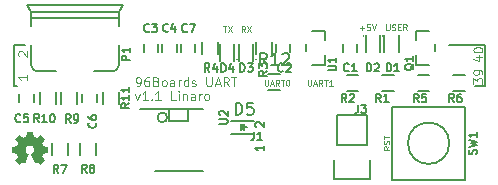
<source format=gto>
G04 #@! TF.FileFunction,Legend,Top*
%FSLAX46Y46*%
G04 Gerber Fmt 4.6, Leading zero omitted, Abs format (unit mm)*
G04 Created by KiCad (PCBNEW (2015-08-18 BZR 6103)-product) date Wednesday, 26 August 2015 13:48:05*
%MOMM*%
G01*
G04 APERTURE LIST*
%ADD10C,0.150000*%
%ADD11C,0.200000*%
%ADD12C,0.175000*%
%ADD13C,0.125000*%
%ADD14C,0.100000*%
%ADD15C,0.002540*%
%ADD16C,0.127000*%
G04 APERTURE END LIST*
D10*
D11*
X140500000Y-102250000D02*
X137500000Y-102250000D01*
X140500000Y-105750000D02*
X140500000Y-102250000D01*
X139625000Y-105750000D02*
X140500000Y-105750000D01*
X100625000Y-105750000D02*
X100925000Y-105750000D01*
X100625000Y-102250000D02*
X100625000Y-105750000D01*
X101600000Y-102250000D02*
X100625000Y-102250000D01*
D12*
X121133333Y-109200000D02*
X121100000Y-109166666D01*
X121066667Y-109100000D01*
X121066667Y-108933333D01*
X121100000Y-108866666D01*
X121133333Y-108833333D01*
X121200000Y-108800000D01*
X121266667Y-108800000D01*
X121366667Y-108833333D01*
X121766667Y-109233333D01*
X121766667Y-108800000D01*
D13*
X139789286Y-103264286D02*
X140289286Y-103264286D01*
X139503571Y-103442857D02*
X140039286Y-103621429D01*
X140039286Y-103157143D01*
X139539286Y-102728571D02*
X139539286Y-102657143D01*
X139575000Y-102585714D01*
X139610714Y-102550000D01*
X139682143Y-102514286D01*
X139825000Y-102478571D01*
X140003571Y-102478571D01*
X140146429Y-102514286D01*
X140217857Y-102550000D01*
X140253571Y-102585714D01*
X140289286Y-102657143D01*
X140289286Y-102728571D01*
X140253571Y-102800000D01*
X140217857Y-102835714D01*
X140146429Y-102871429D01*
X140003571Y-102907143D01*
X139825000Y-102907143D01*
X139682143Y-102871429D01*
X139610714Y-102835714D01*
X139575000Y-102800000D01*
X139539286Y-102728571D01*
X139539286Y-105557143D02*
X139539286Y-105092857D01*
X139825000Y-105342857D01*
X139825000Y-105235715D01*
X139860714Y-105164286D01*
X139896429Y-105128572D01*
X139967857Y-105092857D01*
X140146429Y-105092857D01*
X140217857Y-105128572D01*
X140253571Y-105164286D01*
X140289286Y-105235715D01*
X140289286Y-105450000D01*
X140253571Y-105521429D01*
X140217857Y-105557143D01*
X140289286Y-104735714D02*
X140289286Y-104592857D01*
X140253571Y-104521429D01*
X140217857Y-104485714D01*
X140110714Y-104414286D01*
X139967857Y-104378571D01*
X139682143Y-104378571D01*
X139610714Y-104414286D01*
X139575000Y-104450000D01*
X139539286Y-104521429D01*
X139539286Y-104664286D01*
X139575000Y-104735714D01*
X139610714Y-104771429D01*
X139682143Y-104807143D01*
X139860714Y-104807143D01*
X139932143Y-104771429D01*
X139967857Y-104735714D01*
X140003571Y-104664286D01*
X140003571Y-104521429D01*
X139967857Y-104450000D01*
X139932143Y-104414286D01*
X139860714Y-104378571D01*
X101060714Y-103214286D02*
X101025000Y-103178572D01*
X100989286Y-103107143D01*
X100989286Y-102928572D01*
X101025000Y-102857143D01*
X101060714Y-102821429D01*
X101132143Y-102785714D01*
X101203571Y-102785714D01*
X101310714Y-102821429D01*
X101739286Y-103250000D01*
X101739286Y-102785714D01*
X125514287Y-105226190D02*
X125514287Y-105630952D01*
X125538096Y-105678571D01*
X125561906Y-105702381D01*
X125609525Y-105726190D01*
X125704763Y-105726190D01*
X125752382Y-105702381D01*
X125776191Y-105678571D01*
X125800001Y-105630952D01*
X125800001Y-105226190D01*
X126014287Y-105583333D02*
X126252382Y-105583333D01*
X125966668Y-105726190D02*
X126133335Y-105226190D01*
X126300001Y-105726190D01*
X126752382Y-105726190D02*
X126585715Y-105488095D01*
X126466668Y-105726190D02*
X126466668Y-105226190D01*
X126657144Y-105226190D01*
X126704763Y-105250000D01*
X126728572Y-105273810D01*
X126752382Y-105321429D01*
X126752382Y-105392857D01*
X126728572Y-105440476D01*
X126704763Y-105464286D01*
X126657144Y-105488095D01*
X126466668Y-105488095D01*
X126895239Y-105226190D02*
X127180953Y-105226190D01*
X127038096Y-105726190D02*
X127038096Y-105226190D01*
X127609524Y-105726190D02*
X127323810Y-105726190D01*
X127466667Y-105726190D02*
X127466667Y-105226190D01*
X127419048Y-105297619D01*
X127371429Y-105345238D01*
X127323810Y-105369048D01*
X121864287Y-105226190D02*
X121864287Y-105630952D01*
X121888096Y-105678571D01*
X121911906Y-105702381D01*
X121959525Y-105726190D01*
X122054763Y-105726190D01*
X122102382Y-105702381D01*
X122126191Y-105678571D01*
X122150001Y-105630952D01*
X122150001Y-105226190D01*
X122364287Y-105583333D02*
X122602382Y-105583333D01*
X122316668Y-105726190D02*
X122483335Y-105226190D01*
X122650001Y-105726190D01*
X123102382Y-105726190D02*
X122935715Y-105488095D01*
X122816668Y-105726190D02*
X122816668Y-105226190D01*
X123007144Y-105226190D01*
X123054763Y-105250000D01*
X123078572Y-105273810D01*
X123102382Y-105321429D01*
X123102382Y-105392857D01*
X123078572Y-105440476D01*
X123054763Y-105464286D01*
X123007144Y-105488095D01*
X122816668Y-105488095D01*
X123245239Y-105226190D02*
X123530953Y-105226190D01*
X123388096Y-105726190D02*
X123388096Y-105226190D01*
X123792858Y-105226190D02*
X123840477Y-105226190D01*
X123888096Y-105250000D01*
X123911905Y-105273810D01*
X123935715Y-105321429D01*
X123959524Y-105416667D01*
X123959524Y-105535714D01*
X123935715Y-105630952D01*
X123911905Y-105678571D01*
X123888096Y-105702381D01*
X123840477Y-105726190D01*
X123792858Y-105726190D01*
X123745239Y-105702381D01*
X123721429Y-105678571D01*
X123697620Y-105630952D01*
X123673810Y-105535714D01*
X123673810Y-105416667D01*
X123697620Y-105321429D01*
X123721429Y-105273810D01*
X123745239Y-105250000D01*
X123792858Y-105226190D01*
D12*
X121766667Y-110800000D02*
X121766667Y-111200000D01*
X121766667Y-111000000D02*
X121066667Y-111000000D01*
X121166667Y-111066666D01*
X121233333Y-111133333D01*
X121266667Y-111200000D01*
D13*
X101739286Y-104785714D02*
X101739286Y-105214286D01*
X101739286Y-105000000D02*
X100989286Y-105000000D01*
X101096429Y-105071429D01*
X101167857Y-105142857D01*
X101203571Y-105214286D01*
D14*
X111017714Y-105761314D02*
X111162857Y-105761314D01*
X111235429Y-105725029D01*
X111271714Y-105688743D01*
X111344286Y-105579886D01*
X111380571Y-105434743D01*
X111380571Y-105144457D01*
X111344286Y-105071886D01*
X111308000Y-105035600D01*
X111235429Y-104999314D01*
X111090286Y-104999314D01*
X111017714Y-105035600D01*
X110981429Y-105071886D01*
X110945143Y-105144457D01*
X110945143Y-105325886D01*
X110981429Y-105398457D01*
X111017714Y-105434743D01*
X111090286Y-105471029D01*
X111235429Y-105471029D01*
X111308000Y-105434743D01*
X111344286Y-105398457D01*
X111380571Y-105325886D01*
X112033714Y-104999314D02*
X111888571Y-104999314D01*
X111816000Y-105035600D01*
X111779714Y-105071886D01*
X111707143Y-105180743D01*
X111670857Y-105325886D01*
X111670857Y-105616171D01*
X111707143Y-105688743D01*
X111743428Y-105725029D01*
X111816000Y-105761314D01*
X111961143Y-105761314D01*
X112033714Y-105725029D01*
X112070000Y-105688743D01*
X112106285Y-105616171D01*
X112106285Y-105434743D01*
X112070000Y-105362171D01*
X112033714Y-105325886D01*
X111961143Y-105289600D01*
X111816000Y-105289600D01*
X111743428Y-105325886D01*
X111707143Y-105362171D01*
X111670857Y-105434743D01*
X112686857Y-105362171D02*
X112795714Y-105398457D01*
X112831999Y-105434743D01*
X112868285Y-105507314D01*
X112868285Y-105616171D01*
X112831999Y-105688743D01*
X112795714Y-105725029D01*
X112723142Y-105761314D01*
X112432857Y-105761314D01*
X112432857Y-104999314D01*
X112686857Y-104999314D01*
X112759428Y-105035600D01*
X112795714Y-105071886D01*
X112831999Y-105144457D01*
X112831999Y-105217029D01*
X112795714Y-105289600D01*
X112759428Y-105325886D01*
X112686857Y-105362171D01*
X112432857Y-105362171D01*
X113303714Y-105761314D02*
X113231142Y-105725029D01*
X113194857Y-105688743D01*
X113158571Y-105616171D01*
X113158571Y-105398457D01*
X113194857Y-105325886D01*
X113231142Y-105289600D01*
X113303714Y-105253314D01*
X113412571Y-105253314D01*
X113485142Y-105289600D01*
X113521428Y-105325886D01*
X113557714Y-105398457D01*
X113557714Y-105616171D01*
X113521428Y-105688743D01*
X113485142Y-105725029D01*
X113412571Y-105761314D01*
X113303714Y-105761314D01*
X114210857Y-105761314D02*
X114210857Y-105362171D01*
X114174571Y-105289600D01*
X114102000Y-105253314D01*
X113956857Y-105253314D01*
X113884286Y-105289600D01*
X114210857Y-105725029D02*
X114138286Y-105761314D01*
X113956857Y-105761314D01*
X113884286Y-105725029D01*
X113848000Y-105652457D01*
X113848000Y-105579886D01*
X113884286Y-105507314D01*
X113956857Y-105471029D01*
X114138286Y-105471029D01*
X114210857Y-105434743D01*
X114573715Y-105761314D02*
X114573715Y-105253314D01*
X114573715Y-105398457D02*
X114610000Y-105325886D01*
X114646286Y-105289600D01*
X114718857Y-105253314D01*
X114791429Y-105253314D01*
X115372000Y-105761314D02*
X115372000Y-104999314D01*
X115372000Y-105725029D02*
X115299429Y-105761314D01*
X115154286Y-105761314D01*
X115081714Y-105725029D01*
X115045429Y-105688743D01*
X115009143Y-105616171D01*
X115009143Y-105398457D01*
X115045429Y-105325886D01*
X115081714Y-105289600D01*
X115154286Y-105253314D01*
X115299429Y-105253314D01*
X115372000Y-105289600D01*
X115698572Y-105725029D02*
X115771143Y-105761314D01*
X115916286Y-105761314D01*
X115988858Y-105725029D01*
X116025143Y-105652457D01*
X116025143Y-105616171D01*
X115988858Y-105543600D01*
X115916286Y-105507314D01*
X115807429Y-105507314D01*
X115734858Y-105471029D01*
X115698572Y-105398457D01*
X115698572Y-105362171D01*
X115734858Y-105289600D01*
X115807429Y-105253314D01*
X115916286Y-105253314D01*
X115988858Y-105289600D01*
X116932286Y-104999314D02*
X116932286Y-105616171D01*
X116968571Y-105688743D01*
X117004857Y-105725029D01*
X117077428Y-105761314D01*
X117222571Y-105761314D01*
X117295143Y-105725029D01*
X117331428Y-105688743D01*
X117367714Y-105616171D01*
X117367714Y-104999314D01*
X117694286Y-105543600D02*
X118057143Y-105543600D01*
X117621714Y-105761314D02*
X117875714Y-104999314D01*
X118129714Y-105761314D01*
X118819143Y-105761314D02*
X118565143Y-105398457D01*
X118383715Y-105761314D02*
X118383715Y-104999314D01*
X118674000Y-104999314D01*
X118746572Y-105035600D01*
X118782857Y-105071886D01*
X118819143Y-105144457D01*
X118819143Y-105253314D01*
X118782857Y-105325886D01*
X118746572Y-105362171D01*
X118674000Y-105398457D01*
X118383715Y-105398457D01*
X119036857Y-104999314D02*
X119472286Y-104999314D01*
X119254572Y-105761314D02*
X119254572Y-104999314D01*
X110908857Y-106420114D02*
X111090286Y-106928114D01*
X111271714Y-106420114D01*
X111961142Y-106928114D02*
X111525714Y-106928114D01*
X111743428Y-106928114D02*
X111743428Y-106166114D01*
X111670857Y-106274971D01*
X111598285Y-106347543D01*
X111525714Y-106383829D01*
X112287714Y-106855543D02*
X112323999Y-106891829D01*
X112287714Y-106928114D01*
X112251428Y-106891829D01*
X112287714Y-106855543D01*
X112287714Y-106928114D01*
X113049713Y-106928114D02*
X112614285Y-106928114D01*
X112831999Y-106928114D02*
X112831999Y-106166114D01*
X112759428Y-106274971D01*
X112686856Y-106347543D01*
X112614285Y-106383829D01*
X114319713Y-106928114D02*
X113956856Y-106928114D01*
X113956856Y-106166114D01*
X114573713Y-106928114D02*
X114573713Y-106420114D01*
X114573713Y-106166114D02*
X114537427Y-106202400D01*
X114573713Y-106238686D01*
X114609998Y-106202400D01*
X114573713Y-106166114D01*
X114573713Y-106238686D01*
X114936570Y-106420114D02*
X114936570Y-106928114D01*
X114936570Y-106492686D02*
X114972855Y-106456400D01*
X115045427Y-106420114D01*
X115154284Y-106420114D01*
X115226855Y-106456400D01*
X115263141Y-106528971D01*
X115263141Y-106928114D01*
X115952570Y-106928114D02*
X115952570Y-106528971D01*
X115916284Y-106456400D01*
X115843713Y-106420114D01*
X115698570Y-106420114D01*
X115625999Y-106456400D01*
X115952570Y-106891829D02*
X115879999Y-106928114D01*
X115698570Y-106928114D01*
X115625999Y-106891829D01*
X115589713Y-106819257D01*
X115589713Y-106746686D01*
X115625999Y-106674114D01*
X115698570Y-106637829D01*
X115879999Y-106637829D01*
X115952570Y-106601543D01*
X116315428Y-106928114D02*
X116315428Y-106420114D01*
X116315428Y-106565257D02*
X116351713Y-106492686D01*
X116387999Y-106456400D01*
X116460570Y-106420114D01*
X116533142Y-106420114D01*
X116895999Y-106928114D02*
X116823427Y-106891829D01*
X116787142Y-106855543D01*
X116750856Y-106782971D01*
X116750856Y-106565257D01*
X116787142Y-106492686D01*
X116823427Y-106456400D01*
X116895999Y-106420114D01*
X117004856Y-106420114D01*
X117077427Y-106456400D01*
X117113713Y-106492686D01*
X117149999Y-106565257D01*
X117149999Y-106782971D01*
X117113713Y-106855543D01*
X117077427Y-106891829D01*
X117004856Y-106928114D01*
X116895999Y-106928114D01*
D10*
X113800000Y-107700000D02*
X113800000Y-108700000D01*
X113800000Y-108700000D02*
X115400000Y-108700000D01*
X115400000Y-108700000D02*
X115400000Y-107700000D01*
X113612311Y-108400000D02*
G75*
G03X113612311Y-108400000I-412311J0D01*
G01*
X112600000Y-112947500D02*
X116600000Y-112947500D01*
X111325000Y-107652500D02*
X116600000Y-107652500D01*
D15*
G36*
X101044680Y-112317200D02*
X101062460Y-112309580D01*
X101095480Y-112286720D01*
X101146280Y-112253700D01*
X101204700Y-112215600D01*
X101265660Y-112174960D01*
X101313920Y-112141940D01*
X101349480Y-112119080D01*
X101362180Y-112111460D01*
X101369800Y-112114000D01*
X101397740Y-112129240D01*
X101438380Y-112149560D01*
X101463780Y-112162260D01*
X101501880Y-112177500D01*
X101519660Y-112182580D01*
X101522200Y-112177500D01*
X101537440Y-112147020D01*
X101557760Y-112098760D01*
X101585700Y-112032720D01*
X101618720Y-111956520D01*
X101654280Y-111875240D01*
X101687300Y-111791420D01*
X101720320Y-111712680D01*
X101750800Y-111639020D01*
X101773660Y-111580600D01*
X101788900Y-111539960D01*
X101796520Y-111522180D01*
X101793980Y-111519640D01*
X101776200Y-111501860D01*
X101743180Y-111476460D01*
X101672060Y-111418040D01*
X101600940Y-111331680D01*
X101557760Y-111232620D01*
X101545060Y-111120860D01*
X101555220Y-111019260D01*
X101595860Y-110922740D01*
X101664440Y-110833840D01*
X101748260Y-110767800D01*
X101844780Y-110727160D01*
X101954000Y-110714460D01*
X102058140Y-110724620D01*
X102157200Y-110765260D01*
X102246100Y-110831300D01*
X102284200Y-110874480D01*
X102335000Y-110965920D01*
X102365480Y-111059900D01*
X102368020Y-111082760D01*
X102362940Y-111189440D01*
X102332460Y-111291040D01*
X102276580Y-111379940D01*
X102200380Y-111453600D01*
X102190220Y-111461220D01*
X102154660Y-111489160D01*
X102129260Y-111506940D01*
X102111480Y-111522180D01*
X102246100Y-111844760D01*
X102266420Y-111895560D01*
X102304520Y-111984460D01*
X102335000Y-112060660D01*
X102362940Y-112121620D01*
X102380720Y-112162260D01*
X102388340Y-112177500D01*
X102388340Y-112177500D01*
X102401040Y-112180040D01*
X102423900Y-112172420D01*
X102469620Y-112149560D01*
X102500100Y-112134320D01*
X102533120Y-112119080D01*
X102548360Y-112111460D01*
X102563600Y-112119080D01*
X102596620Y-112139400D01*
X102642340Y-112172420D01*
X102700760Y-112210520D01*
X102756640Y-112248620D01*
X102807440Y-112281640D01*
X102843000Y-112307040D01*
X102860780Y-112314660D01*
X102863320Y-112314660D01*
X102881100Y-112307040D01*
X102909040Y-112281640D01*
X102952220Y-112241000D01*
X103015720Y-112180040D01*
X103025880Y-112169880D01*
X103076680Y-112119080D01*
X103117320Y-112073360D01*
X103145260Y-112042880D01*
X103155420Y-112030180D01*
X103155420Y-112030180D01*
X103145260Y-112012400D01*
X103122400Y-111974300D01*
X103089380Y-111923500D01*
X103048740Y-111862540D01*
X102942060Y-111707600D01*
X103000480Y-111562820D01*
X103018260Y-111517100D01*
X103041120Y-111461220D01*
X103058900Y-111423120D01*
X103066520Y-111405340D01*
X103084300Y-111400260D01*
X103122400Y-111390100D01*
X103180820Y-111379940D01*
X103251940Y-111367240D01*
X103317980Y-111354540D01*
X103376400Y-111341840D01*
X103419580Y-111334220D01*
X103439900Y-111331680D01*
X103444980Y-111326600D01*
X103447520Y-111318980D01*
X103450060Y-111298660D01*
X103452600Y-111260560D01*
X103452600Y-111204680D01*
X103452600Y-111120860D01*
X103452600Y-111113240D01*
X103452600Y-111034500D01*
X103450060Y-110971000D01*
X103447520Y-110932900D01*
X103444980Y-110915120D01*
X103444980Y-110915120D01*
X103427200Y-110910040D01*
X103384020Y-110902420D01*
X103325600Y-110889720D01*
X103254480Y-110877020D01*
X103249400Y-110877020D01*
X103178280Y-110861780D01*
X103119860Y-110849080D01*
X103076680Y-110841460D01*
X103058900Y-110833840D01*
X103056360Y-110828760D01*
X103041120Y-110800820D01*
X103020800Y-110757640D01*
X102997940Y-110704300D01*
X102975080Y-110648420D01*
X102954760Y-110597620D01*
X102942060Y-110562060D01*
X102936980Y-110544280D01*
X102936980Y-110544280D01*
X102947140Y-110526500D01*
X102972540Y-110490940D01*
X103008100Y-110440140D01*
X103048740Y-110379180D01*
X103051280Y-110374100D01*
X103091920Y-110313140D01*
X103124940Y-110262340D01*
X103147800Y-110226780D01*
X103155420Y-110211540D01*
X103155420Y-110209000D01*
X103142720Y-110191220D01*
X103112240Y-110158200D01*
X103066520Y-110112480D01*
X103015720Y-110059140D01*
X102997940Y-110043900D01*
X102939520Y-109985480D01*
X102898880Y-109949920D01*
X102873480Y-109929600D01*
X102863320Y-109924520D01*
X102860780Y-109924520D01*
X102843000Y-109934680D01*
X102804900Y-109960080D01*
X102754100Y-109995640D01*
X102693140Y-110036280D01*
X102690600Y-110038820D01*
X102629640Y-110079460D01*
X102578840Y-110115020D01*
X102543280Y-110137880D01*
X102528040Y-110145500D01*
X102525500Y-110145500D01*
X102502640Y-110140420D01*
X102459460Y-110125180D01*
X102406120Y-110104860D01*
X102350240Y-110082000D01*
X102299440Y-110061680D01*
X102263880Y-110043900D01*
X102246100Y-110033740D01*
X102243560Y-110033740D01*
X102238480Y-110010880D01*
X102228320Y-109965160D01*
X102215620Y-109904200D01*
X102200380Y-109830540D01*
X102197840Y-109820380D01*
X102185140Y-109746720D01*
X102174980Y-109688300D01*
X102164820Y-109647660D01*
X102162280Y-109629880D01*
X102152120Y-109629880D01*
X102116560Y-109627340D01*
X102063220Y-109624800D01*
X101997180Y-109624800D01*
X101931140Y-109624800D01*
X101865100Y-109624800D01*
X101809220Y-109627340D01*
X101768580Y-109629880D01*
X101750800Y-109634960D01*
X101750800Y-109634960D01*
X101745720Y-109657820D01*
X101735560Y-109701000D01*
X101722860Y-109764500D01*
X101707620Y-109838160D01*
X101705080Y-109850860D01*
X101692380Y-109921980D01*
X101679680Y-109980400D01*
X101672060Y-110021040D01*
X101666980Y-110036280D01*
X101661900Y-110038820D01*
X101631420Y-110054060D01*
X101583160Y-110071840D01*
X101524740Y-110097240D01*
X101387580Y-110153120D01*
X101219940Y-110036280D01*
X101204700Y-110026120D01*
X101143740Y-109985480D01*
X101092940Y-109952460D01*
X101057380Y-109929600D01*
X101044680Y-109921980D01*
X101042140Y-109921980D01*
X101026900Y-109937220D01*
X100993880Y-109967700D01*
X100948160Y-110013420D01*
X100894820Y-110064220D01*
X100854180Y-110104860D01*
X100808460Y-110150580D01*
X100780520Y-110183600D01*
X100762740Y-110203920D01*
X100757660Y-110216620D01*
X100760200Y-110224240D01*
X100770360Y-110242020D01*
X100795760Y-110277580D01*
X100828780Y-110330920D01*
X100869420Y-110389340D01*
X100904980Y-110440140D01*
X100940540Y-110496020D01*
X100963400Y-110536660D01*
X100973560Y-110554440D01*
X100971020Y-110564600D01*
X100958320Y-110597620D01*
X100938000Y-110645880D01*
X100912600Y-110706840D01*
X100854180Y-110838920D01*
X100767820Y-110856700D01*
X100714480Y-110866860D01*
X100640820Y-110879560D01*
X100569700Y-110894800D01*
X100457940Y-110915120D01*
X100455400Y-111318980D01*
X100473180Y-111326600D01*
X100488420Y-111331680D01*
X100529060Y-111341840D01*
X100587480Y-111352000D01*
X100656060Y-111364700D01*
X100717020Y-111377400D01*
X100775440Y-111387560D01*
X100818620Y-111395180D01*
X100836400Y-111400260D01*
X100841480Y-111405340D01*
X100856720Y-111435820D01*
X100877040Y-111481540D01*
X100899900Y-111534880D01*
X100925300Y-111593300D01*
X100945620Y-111644100D01*
X100960860Y-111684740D01*
X100965940Y-111705060D01*
X100958320Y-111720300D01*
X100935460Y-111755860D01*
X100902440Y-111806660D01*
X100861800Y-111865080D01*
X100821160Y-111923500D01*
X100788140Y-111974300D01*
X100762740Y-112009860D01*
X100755120Y-112027640D01*
X100760200Y-112037800D01*
X100783060Y-112065740D01*
X100826240Y-112111460D01*
X100892280Y-112177500D01*
X100904980Y-112187660D01*
X100955780Y-112238460D01*
X101001500Y-112279100D01*
X101031980Y-112307040D01*
X101044680Y-112317200D01*
X101044680Y-112317200D01*
G37*
X101044680Y-112317200D02*
X101062460Y-112309580D01*
X101095480Y-112286720D01*
X101146280Y-112253700D01*
X101204700Y-112215600D01*
X101265660Y-112174960D01*
X101313920Y-112141940D01*
X101349480Y-112119080D01*
X101362180Y-112111460D01*
X101369800Y-112114000D01*
X101397740Y-112129240D01*
X101438380Y-112149560D01*
X101463780Y-112162260D01*
X101501880Y-112177500D01*
X101519660Y-112182580D01*
X101522200Y-112177500D01*
X101537440Y-112147020D01*
X101557760Y-112098760D01*
X101585700Y-112032720D01*
X101618720Y-111956520D01*
X101654280Y-111875240D01*
X101687300Y-111791420D01*
X101720320Y-111712680D01*
X101750800Y-111639020D01*
X101773660Y-111580600D01*
X101788900Y-111539960D01*
X101796520Y-111522180D01*
X101793980Y-111519640D01*
X101776200Y-111501860D01*
X101743180Y-111476460D01*
X101672060Y-111418040D01*
X101600940Y-111331680D01*
X101557760Y-111232620D01*
X101545060Y-111120860D01*
X101555220Y-111019260D01*
X101595860Y-110922740D01*
X101664440Y-110833840D01*
X101748260Y-110767800D01*
X101844780Y-110727160D01*
X101954000Y-110714460D01*
X102058140Y-110724620D01*
X102157200Y-110765260D01*
X102246100Y-110831300D01*
X102284200Y-110874480D01*
X102335000Y-110965920D01*
X102365480Y-111059900D01*
X102368020Y-111082760D01*
X102362940Y-111189440D01*
X102332460Y-111291040D01*
X102276580Y-111379940D01*
X102200380Y-111453600D01*
X102190220Y-111461220D01*
X102154660Y-111489160D01*
X102129260Y-111506940D01*
X102111480Y-111522180D01*
X102246100Y-111844760D01*
X102266420Y-111895560D01*
X102304520Y-111984460D01*
X102335000Y-112060660D01*
X102362940Y-112121620D01*
X102380720Y-112162260D01*
X102388340Y-112177500D01*
X102388340Y-112177500D01*
X102401040Y-112180040D01*
X102423900Y-112172420D01*
X102469620Y-112149560D01*
X102500100Y-112134320D01*
X102533120Y-112119080D01*
X102548360Y-112111460D01*
X102563600Y-112119080D01*
X102596620Y-112139400D01*
X102642340Y-112172420D01*
X102700760Y-112210520D01*
X102756640Y-112248620D01*
X102807440Y-112281640D01*
X102843000Y-112307040D01*
X102860780Y-112314660D01*
X102863320Y-112314660D01*
X102881100Y-112307040D01*
X102909040Y-112281640D01*
X102952220Y-112241000D01*
X103015720Y-112180040D01*
X103025880Y-112169880D01*
X103076680Y-112119080D01*
X103117320Y-112073360D01*
X103145260Y-112042880D01*
X103155420Y-112030180D01*
X103155420Y-112030180D01*
X103145260Y-112012400D01*
X103122400Y-111974300D01*
X103089380Y-111923500D01*
X103048740Y-111862540D01*
X102942060Y-111707600D01*
X103000480Y-111562820D01*
X103018260Y-111517100D01*
X103041120Y-111461220D01*
X103058900Y-111423120D01*
X103066520Y-111405340D01*
X103084300Y-111400260D01*
X103122400Y-111390100D01*
X103180820Y-111379940D01*
X103251940Y-111367240D01*
X103317980Y-111354540D01*
X103376400Y-111341840D01*
X103419580Y-111334220D01*
X103439900Y-111331680D01*
X103444980Y-111326600D01*
X103447520Y-111318980D01*
X103450060Y-111298660D01*
X103452600Y-111260560D01*
X103452600Y-111204680D01*
X103452600Y-111120860D01*
X103452600Y-111113240D01*
X103452600Y-111034500D01*
X103450060Y-110971000D01*
X103447520Y-110932900D01*
X103444980Y-110915120D01*
X103444980Y-110915120D01*
X103427200Y-110910040D01*
X103384020Y-110902420D01*
X103325600Y-110889720D01*
X103254480Y-110877020D01*
X103249400Y-110877020D01*
X103178280Y-110861780D01*
X103119860Y-110849080D01*
X103076680Y-110841460D01*
X103058900Y-110833840D01*
X103056360Y-110828760D01*
X103041120Y-110800820D01*
X103020800Y-110757640D01*
X102997940Y-110704300D01*
X102975080Y-110648420D01*
X102954760Y-110597620D01*
X102942060Y-110562060D01*
X102936980Y-110544280D01*
X102936980Y-110544280D01*
X102947140Y-110526500D01*
X102972540Y-110490940D01*
X103008100Y-110440140D01*
X103048740Y-110379180D01*
X103051280Y-110374100D01*
X103091920Y-110313140D01*
X103124940Y-110262340D01*
X103147800Y-110226780D01*
X103155420Y-110211540D01*
X103155420Y-110209000D01*
X103142720Y-110191220D01*
X103112240Y-110158200D01*
X103066520Y-110112480D01*
X103015720Y-110059140D01*
X102997940Y-110043900D01*
X102939520Y-109985480D01*
X102898880Y-109949920D01*
X102873480Y-109929600D01*
X102863320Y-109924520D01*
X102860780Y-109924520D01*
X102843000Y-109934680D01*
X102804900Y-109960080D01*
X102754100Y-109995640D01*
X102693140Y-110036280D01*
X102690600Y-110038820D01*
X102629640Y-110079460D01*
X102578840Y-110115020D01*
X102543280Y-110137880D01*
X102528040Y-110145500D01*
X102525500Y-110145500D01*
X102502640Y-110140420D01*
X102459460Y-110125180D01*
X102406120Y-110104860D01*
X102350240Y-110082000D01*
X102299440Y-110061680D01*
X102263880Y-110043900D01*
X102246100Y-110033740D01*
X102243560Y-110033740D01*
X102238480Y-110010880D01*
X102228320Y-109965160D01*
X102215620Y-109904200D01*
X102200380Y-109830540D01*
X102197840Y-109820380D01*
X102185140Y-109746720D01*
X102174980Y-109688300D01*
X102164820Y-109647660D01*
X102162280Y-109629880D01*
X102152120Y-109629880D01*
X102116560Y-109627340D01*
X102063220Y-109624800D01*
X101997180Y-109624800D01*
X101931140Y-109624800D01*
X101865100Y-109624800D01*
X101809220Y-109627340D01*
X101768580Y-109629880D01*
X101750800Y-109634960D01*
X101750800Y-109634960D01*
X101745720Y-109657820D01*
X101735560Y-109701000D01*
X101722860Y-109764500D01*
X101707620Y-109838160D01*
X101705080Y-109850860D01*
X101692380Y-109921980D01*
X101679680Y-109980400D01*
X101672060Y-110021040D01*
X101666980Y-110036280D01*
X101661900Y-110038820D01*
X101631420Y-110054060D01*
X101583160Y-110071840D01*
X101524740Y-110097240D01*
X101387580Y-110153120D01*
X101219940Y-110036280D01*
X101204700Y-110026120D01*
X101143740Y-109985480D01*
X101092940Y-109952460D01*
X101057380Y-109929600D01*
X101044680Y-109921980D01*
X101042140Y-109921980D01*
X101026900Y-109937220D01*
X100993880Y-109967700D01*
X100948160Y-110013420D01*
X100894820Y-110064220D01*
X100854180Y-110104860D01*
X100808460Y-110150580D01*
X100780520Y-110183600D01*
X100762740Y-110203920D01*
X100757660Y-110216620D01*
X100760200Y-110224240D01*
X100770360Y-110242020D01*
X100795760Y-110277580D01*
X100828780Y-110330920D01*
X100869420Y-110389340D01*
X100904980Y-110440140D01*
X100940540Y-110496020D01*
X100963400Y-110536660D01*
X100973560Y-110554440D01*
X100971020Y-110564600D01*
X100958320Y-110597620D01*
X100938000Y-110645880D01*
X100912600Y-110706840D01*
X100854180Y-110838920D01*
X100767820Y-110856700D01*
X100714480Y-110866860D01*
X100640820Y-110879560D01*
X100569700Y-110894800D01*
X100457940Y-110915120D01*
X100455400Y-111318980D01*
X100473180Y-111326600D01*
X100488420Y-111331680D01*
X100529060Y-111341840D01*
X100587480Y-111352000D01*
X100656060Y-111364700D01*
X100717020Y-111377400D01*
X100775440Y-111387560D01*
X100818620Y-111395180D01*
X100836400Y-111400260D01*
X100841480Y-111405340D01*
X100856720Y-111435820D01*
X100877040Y-111481540D01*
X100899900Y-111534880D01*
X100925300Y-111593300D01*
X100945620Y-111644100D01*
X100960860Y-111684740D01*
X100965940Y-111705060D01*
X100958320Y-111720300D01*
X100935460Y-111755860D01*
X100902440Y-111806660D01*
X100861800Y-111865080D01*
X100821160Y-111923500D01*
X100788140Y-111974300D01*
X100762740Y-112009860D01*
X100755120Y-112027640D01*
X100760200Y-112037800D01*
X100783060Y-112065740D01*
X100826240Y-112111460D01*
X100892280Y-112177500D01*
X100904980Y-112187660D01*
X100955780Y-112238460D01*
X101001500Y-112279100D01*
X101031980Y-112307040D01*
X101044680Y-112317200D01*
D10*
X128500000Y-102850000D02*
X128500000Y-102150000D01*
X129700000Y-102150000D02*
X129700000Y-102850000D01*
X122800000Y-102850000D02*
X122800000Y-102150000D01*
X124000000Y-102150000D02*
X124000000Y-102850000D01*
X111600000Y-102850000D02*
X111600000Y-102150000D01*
X112800000Y-102150000D02*
X112800000Y-102850000D01*
X113200000Y-102850000D02*
X113200000Y-102150000D01*
X114400000Y-102150000D02*
X114400000Y-102850000D01*
X102300000Y-106430000D02*
X102300000Y-107130000D01*
X101100000Y-107130000D02*
X101100000Y-106430000D01*
X107634000Y-106430000D02*
X107634000Y-107130000D01*
X106434000Y-107130000D02*
X106434000Y-106430000D01*
X114800000Y-102850000D02*
X114800000Y-102150000D01*
X116000000Y-102150000D02*
X116000000Y-102850000D01*
X102100000Y-100700000D02*
X102100000Y-99500000D01*
X102100000Y-104000000D02*
X102100000Y-102300000D01*
X109500000Y-100700000D02*
X109500000Y-99500000D01*
X109500000Y-102300000D02*
X109500000Y-104000000D01*
X102600000Y-104500000D02*
X104150000Y-104500000D01*
X109000000Y-104500000D02*
X107450000Y-104500000D01*
X109000000Y-104500000D02*
G75*
G03X109500000Y-104000000I0J500000D01*
G01*
X102100000Y-104000000D02*
G75*
G03X102600000Y-104500000I500000J0D01*
G01*
X109500000Y-100000000D02*
X102100000Y-100000000D01*
X109483000Y-99468000D02*
X102117000Y-99468000D01*
X102100000Y-99500000D02*
X101750000Y-98870000D01*
X101750000Y-98870000D02*
X109850000Y-98870000D01*
X109850000Y-98870000D02*
X109500000Y-99500000D01*
D16*
X137486000Y-110590000D02*
G75*
G03X137486000Y-110590000I-1750000J0D01*
G01*
X138836000Y-113690000D02*
X132636000Y-113690000D01*
X132636000Y-113690000D02*
X132636000Y-107490000D01*
X132636000Y-107490000D02*
X138836000Y-107490000D01*
X138836000Y-113690000D02*
X138836000Y-107490000D01*
D10*
X127980000Y-110780000D02*
X127980000Y-108240000D01*
X127700000Y-113600000D02*
X127700000Y-112050000D01*
X127980000Y-110780000D02*
X130520000Y-110780000D01*
X130800000Y-112050000D02*
X130800000Y-113600000D01*
X130800000Y-113600000D02*
X127700000Y-113600000D01*
X130520000Y-110780000D02*
X130520000Y-108240000D01*
X130520000Y-108240000D02*
X127980000Y-108240000D01*
X132800000Y-106175000D02*
X131800000Y-106175000D01*
X131800000Y-104825000D02*
X132800000Y-104825000D01*
X128800000Y-104825000D02*
X129800000Y-104825000D01*
X129800000Y-106175000D02*
X128800000Y-106175000D01*
X122475000Y-102000000D02*
X122475000Y-103000000D01*
X121125000Y-103000000D02*
X121125000Y-102000000D01*
X117875000Y-102000000D02*
X117875000Y-103000000D01*
X116525000Y-103000000D02*
X116525000Y-102000000D01*
X135800000Y-106175000D02*
X134800000Y-106175000D01*
X134800000Y-104825000D02*
X135800000Y-104825000D01*
X138800000Y-106175000D02*
X137800000Y-106175000D01*
X137800000Y-104825000D02*
X138800000Y-104825000D01*
X105169000Y-110598000D02*
X105169000Y-111598000D01*
X103819000Y-111598000D02*
X103819000Y-110598000D01*
X106232000Y-111598000D02*
X106232000Y-110598000D01*
X107582000Y-110598000D02*
X107582000Y-111598000D01*
X104581000Y-107280000D02*
X104581000Y-106280000D01*
X105931000Y-106280000D02*
X105931000Y-107280000D01*
X102803000Y-107280000D02*
X102803000Y-106280000D01*
X104153000Y-106280000D02*
X104153000Y-107280000D01*
X109487000Y-106280000D02*
X109487000Y-107280000D01*
X108137000Y-107280000D02*
X108137000Y-106280000D01*
X131600000Y-102850000D02*
X131600000Y-101400000D01*
X130400000Y-102850000D02*
X130400000Y-101400000D01*
X130241623Y-101510000D02*
G75*
G03X130241623Y-101510000I-31623J0D01*
G01*
X132000000Y-101400000D02*
X132000000Y-102850000D01*
X133200000Y-101400000D02*
X133200000Y-102850000D01*
X131841623Y-101510000D02*
G75*
G03X131841623Y-101510000I-31623J0D01*
G01*
X119300000Y-102150000D02*
X119300000Y-103600000D01*
X118100000Y-102150000D02*
X118100000Y-103600000D01*
X119521623Y-103490000D02*
G75*
G03X119521623Y-103490000I-31623J0D01*
G01*
X120900000Y-102150000D02*
X120900000Y-103600000D01*
X119700000Y-102150000D02*
X119700000Y-103600000D01*
X121121623Y-103490000D02*
G75*
G03X121121623Y-103490000I-31623J0D01*
G01*
X125400000Y-102200000D02*
X125400000Y-102800000D01*
X127000000Y-103150000D02*
X127000000Y-103950000D01*
X127000000Y-103950000D02*
X125900000Y-103950000D01*
X127000000Y-101850000D02*
X127000000Y-101050000D01*
X127000000Y-101050000D02*
X125900000Y-101050000D01*
X136300000Y-102800000D02*
X136300000Y-102200000D01*
X134700000Y-101850000D02*
X134700000Y-101050000D01*
X134700000Y-101050000D02*
X135800000Y-101050000D01*
X134700000Y-103150000D02*
X134700000Y-103950000D01*
X134700000Y-103950000D02*
X135800000Y-103950000D01*
X119029300Y-109770000D02*
X120929300Y-109770000D01*
X119029300Y-108670000D02*
X120929300Y-108670000D01*
X119929300Y-109220000D02*
X120379300Y-109220000D01*
X119879300Y-108970000D02*
X119879300Y-109470000D01*
X119879300Y-109220000D02*
X120129300Y-108970000D01*
X120129300Y-108970000D02*
X120129300Y-109470000D01*
X120129300Y-109470000D02*
X119879300Y-109220000D01*
X123170000Y-106085000D02*
X122170000Y-106085000D01*
X122170000Y-104735000D02*
X123170000Y-104735000D01*
X118016667Y-108933333D02*
X118583333Y-108933333D01*
X118650000Y-108900000D01*
X118683333Y-108866667D01*
X118716667Y-108800000D01*
X118716667Y-108666667D01*
X118683333Y-108600000D01*
X118650000Y-108566667D01*
X118583333Y-108533333D01*
X118016667Y-108533333D01*
X118083333Y-108233334D02*
X118050000Y-108200000D01*
X118016667Y-108133334D01*
X118016667Y-107966667D01*
X118050000Y-107900000D01*
X118083333Y-107866667D01*
X118150000Y-107833334D01*
X118216667Y-107833334D01*
X118316667Y-107866667D01*
X118716667Y-108266667D01*
X118716667Y-107833334D01*
X128983334Y-104450000D02*
X128950000Y-104483333D01*
X128850000Y-104516667D01*
X128783334Y-104516667D01*
X128683334Y-104483333D01*
X128616667Y-104416667D01*
X128583334Y-104350000D01*
X128550000Y-104216667D01*
X128550000Y-104116667D01*
X128583334Y-103983333D01*
X128616667Y-103916667D01*
X128683334Y-103850000D01*
X128783334Y-103816667D01*
X128850000Y-103816667D01*
X128950000Y-103850000D01*
X128983334Y-103883333D01*
X129650000Y-104516667D02*
X129250000Y-104516667D01*
X129450000Y-104516667D02*
X129450000Y-103816667D01*
X129383334Y-103916667D01*
X129316667Y-103983333D01*
X129250000Y-104016667D01*
X123413334Y-104470000D02*
X123380000Y-104503333D01*
X123280000Y-104536667D01*
X123213334Y-104536667D01*
X123113334Y-104503333D01*
X123046667Y-104436667D01*
X123013334Y-104370000D01*
X122980000Y-104236667D01*
X122980000Y-104136667D01*
X123013334Y-104003333D01*
X123046667Y-103936667D01*
X123113334Y-103870000D01*
X123213334Y-103836667D01*
X123280000Y-103836667D01*
X123380000Y-103870000D01*
X123413334Y-103903333D01*
X123680000Y-103903333D02*
X123713334Y-103870000D01*
X123780000Y-103836667D01*
X123946667Y-103836667D01*
X124013334Y-103870000D01*
X124046667Y-103903333D01*
X124080000Y-103970000D01*
X124080000Y-104036667D01*
X124046667Y-104136667D01*
X123646667Y-104536667D01*
X124080000Y-104536667D01*
X112083334Y-101100000D02*
X112050000Y-101133333D01*
X111950000Y-101166667D01*
X111883334Y-101166667D01*
X111783334Y-101133333D01*
X111716667Y-101066667D01*
X111683334Y-101000000D01*
X111650000Y-100866667D01*
X111650000Y-100766667D01*
X111683334Y-100633333D01*
X111716667Y-100566667D01*
X111783334Y-100500000D01*
X111883334Y-100466667D01*
X111950000Y-100466667D01*
X112050000Y-100500000D01*
X112083334Y-100533333D01*
X112316667Y-100466667D02*
X112750000Y-100466667D01*
X112516667Y-100733333D01*
X112616667Y-100733333D01*
X112683334Y-100766667D01*
X112716667Y-100800000D01*
X112750000Y-100866667D01*
X112750000Y-101033333D01*
X112716667Y-101100000D01*
X112683334Y-101133333D01*
X112616667Y-101166667D01*
X112416667Y-101166667D01*
X112350000Y-101133333D01*
X112316667Y-101100000D01*
X113683334Y-101090000D02*
X113650000Y-101123333D01*
X113550000Y-101156667D01*
X113483334Y-101156667D01*
X113383334Y-101123333D01*
X113316667Y-101056667D01*
X113283334Y-100990000D01*
X113250000Y-100856667D01*
X113250000Y-100756667D01*
X113283334Y-100623333D01*
X113316667Y-100556667D01*
X113383334Y-100490000D01*
X113483334Y-100456667D01*
X113550000Y-100456667D01*
X113650000Y-100490000D01*
X113683334Y-100523333D01*
X114283334Y-100690000D02*
X114283334Y-101156667D01*
X114116667Y-100423333D02*
X113950000Y-100923333D01*
X114383334Y-100923333D01*
X101183334Y-108750000D02*
X101150000Y-108783333D01*
X101050000Y-108816667D01*
X100983334Y-108816667D01*
X100883334Y-108783333D01*
X100816667Y-108716667D01*
X100783334Y-108650000D01*
X100750000Y-108516667D01*
X100750000Y-108416667D01*
X100783334Y-108283333D01*
X100816667Y-108216667D01*
X100883334Y-108150000D01*
X100983334Y-108116667D01*
X101050000Y-108116667D01*
X101150000Y-108150000D01*
X101183334Y-108183333D01*
X101816667Y-108116667D02*
X101483334Y-108116667D01*
X101450000Y-108450000D01*
X101483334Y-108416667D01*
X101550000Y-108383333D01*
X101716667Y-108383333D01*
X101783334Y-108416667D01*
X101816667Y-108450000D01*
X101850000Y-108516667D01*
X101850000Y-108683333D01*
X101816667Y-108750000D01*
X101783334Y-108783333D01*
X101716667Y-108816667D01*
X101550000Y-108816667D01*
X101483334Y-108783333D01*
X101450000Y-108750000D01*
X107550000Y-108856666D02*
X107583333Y-108890000D01*
X107616667Y-108990000D01*
X107616667Y-109056666D01*
X107583333Y-109156666D01*
X107516667Y-109223333D01*
X107450000Y-109256666D01*
X107316667Y-109290000D01*
X107216667Y-109290000D01*
X107083333Y-109256666D01*
X107016667Y-109223333D01*
X106950000Y-109156666D01*
X106916667Y-109056666D01*
X106916667Y-108990000D01*
X106950000Y-108890000D01*
X106983333Y-108856666D01*
X106916667Y-108256666D02*
X106916667Y-108390000D01*
X106950000Y-108456666D01*
X106983333Y-108490000D01*
X107083333Y-108556666D01*
X107216667Y-108590000D01*
X107483333Y-108590000D01*
X107550000Y-108556666D01*
X107583333Y-108523333D01*
X107616667Y-108456666D01*
X107616667Y-108323333D01*
X107583333Y-108256666D01*
X107550000Y-108223333D01*
X107483333Y-108190000D01*
X107316667Y-108190000D01*
X107250000Y-108223333D01*
X107216667Y-108256666D01*
X107183333Y-108323333D01*
X107183333Y-108456666D01*
X107216667Y-108523333D01*
X107250000Y-108556666D01*
X107316667Y-108590000D01*
X115283334Y-101100000D02*
X115250000Y-101133333D01*
X115150000Y-101166667D01*
X115083334Y-101166667D01*
X114983334Y-101133333D01*
X114916667Y-101066667D01*
X114883334Y-101000000D01*
X114850000Y-100866667D01*
X114850000Y-100766667D01*
X114883334Y-100633333D01*
X114916667Y-100566667D01*
X114983334Y-100500000D01*
X115083334Y-100466667D01*
X115150000Y-100466667D01*
X115250000Y-100500000D01*
X115283334Y-100533333D01*
X115516667Y-100466667D02*
X115983334Y-100466667D01*
X115683334Y-101166667D01*
X110466667Y-103566666D02*
X109766667Y-103566666D01*
X109766667Y-103300000D01*
X109800000Y-103233333D01*
X109833333Y-103200000D01*
X109900000Y-103166666D01*
X110000000Y-103166666D01*
X110066667Y-103200000D01*
X110100000Y-103233333D01*
X110133333Y-103300000D01*
X110133333Y-103566666D01*
X110466667Y-102500000D02*
X110466667Y-102900000D01*
X110466667Y-102700000D02*
X109766667Y-102700000D01*
X109866667Y-102766666D01*
X109933333Y-102833333D01*
X109966667Y-102900000D01*
X139783333Y-111533334D02*
X139816667Y-111433334D01*
X139816667Y-111266667D01*
X139783333Y-111200000D01*
X139750000Y-111166667D01*
X139683333Y-111133334D01*
X139616667Y-111133334D01*
X139550000Y-111166667D01*
X139516667Y-111200000D01*
X139483333Y-111266667D01*
X139450000Y-111400000D01*
X139416667Y-111466667D01*
X139383333Y-111500000D01*
X139316667Y-111533334D01*
X139250000Y-111533334D01*
X139183333Y-111500000D01*
X139150000Y-111466667D01*
X139116667Y-111400000D01*
X139116667Y-111233334D01*
X139150000Y-111133334D01*
X139116667Y-110900000D02*
X139816667Y-110733333D01*
X139316667Y-110600000D01*
X139816667Y-110466667D01*
X139116667Y-110300000D01*
X139816667Y-109666667D02*
X139816667Y-110066667D01*
X139816667Y-109866667D02*
X139116667Y-109866667D01*
X139216667Y-109933333D01*
X139283333Y-110000000D01*
X139316667Y-110066667D01*
D13*
X132426190Y-110863809D02*
X132188095Y-111030476D01*
X132426190Y-111149523D02*
X131926190Y-111149523D01*
X131926190Y-110959047D01*
X131950000Y-110911428D01*
X131973810Y-110887619D01*
X132021429Y-110863809D01*
X132092857Y-110863809D01*
X132140476Y-110887619D01*
X132164286Y-110911428D01*
X132188095Y-110959047D01*
X132188095Y-111149523D01*
X132402381Y-110673333D02*
X132426190Y-110601904D01*
X132426190Y-110482857D01*
X132402381Y-110435238D01*
X132378571Y-110411428D01*
X132330952Y-110387619D01*
X132283333Y-110387619D01*
X132235714Y-110411428D01*
X132211905Y-110435238D01*
X132188095Y-110482857D01*
X132164286Y-110578095D01*
X132140476Y-110625714D01*
X132116667Y-110649523D01*
X132069048Y-110673333D01*
X132021429Y-110673333D01*
X131973810Y-110649523D01*
X131950000Y-110625714D01*
X131926190Y-110578095D01*
X131926190Y-110459047D01*
X131950000Y-110387619D01*
X131926190Y-110244762D02*
X131926190Y-109959048D01*
X132426190Y-110101905D02*
X131926190Y-110101905D01*
D10*
X120941667Y-109616667D02*
X120941667Y-110116667D01*
X120908333Y-110216667D01*
X120841667Y-110283333D01*
X120741667Y-110316667D01*
X120675000Y-110316667D01*
X121641666Y-110316667D02*
X121241666Y-110316667D01*
X121441666Y-110316667D02*
X121441666Y-109616667D01*
X121375000Y-109716667D01*
X121308333Y-109783333D01*
X121241666Y-109816667D01*
X129766667Y-107316667D02*
X129766667Y-107816667D01*
X129733333Y-107916667D01*
X129666667Y-107983333D01*
X129566667Y-108016667D01*
X129500000Y-108016667D01*
X130033333Y-107316667D02*
X130466666Y-107316667D01*
X130233333Y-107583333D01*
X130333333Y-107583333D01*
X130400000Y-107616667D01*
X130433333Y-107650000D01*
X130466666Y-107716667D01*
X130466666Y-107883333D01*
X130433333Y-107950000D01*
X130400000Y-107983333D01*
X130333333Y-108016667D01*
X130133333Y-108016667D01*
X130066666Y-107983333D01*
X130033333Y-107950000D01*
X131683334Y-107116667D02*
X131450000Y-106783333D01*
X131283334Y-107116667D02*
X131283334Y-106416667D01*
X131550000Y-106416667D01*
X131616667Y-106450000D01*
X131650000Y-106483333D01*
X131683334Y-106550000D01*
X131683334Y-106650000D01*
X131650000Y-106716667D01*
X131616667Y-106750000D01*
X131550000Y-106783333D01*
X131283334Y-106783333D01*
X132350000Y-107116667D02*
X131950000Y-107116667D01*
X132150000Y-107116667D02*
X132150000Y-106416667D01*
X132083334Y-106516667D01*
X132016667Y-106583333D01*
X131950000Y-106616667D01*
X128783334Y-107116667D02*
X128550000Y-106783333D01*
X128383334Y-107116667D02*
X128383334Y-106416667D01*
X128650000Y-106416667D01*
X128716667Y-106450000D01*
X128750000Y-106483333D01*
X128783334Y-106550000D01*
X128783334Y-106650000D01*
X128750000Y-106716667D01*
X128716667Y-106750000D01*
X128650000Y-106783333D01*
X128383334Y-106783333D01*
X129050000Y-106483333D02*
X129083334Y-106450000D01*
X129150000Y-106416667D01*
X129316667Y-106416667D01*
X129383334Y-106450000D01*
X129416667Y-106483333D01*
X129450000Y-106550000D01*
X129450000Y-106616667D01*
X129416667Y-106716667D01*
X129016667Y-107116667D01*
X129450000Y-107116667D01*
X122066667Y-104466666D02*
X121733333Y-104700000D01*
X122066667Y-104866666D02*
X121366667Y-104866666D01*
X121366667Y-104600000D01*
X121400000Y-104533333D01*
X121433333Y-104500000D01*
X121500000Y-104466666D01*
X121600000Y-104466666D01*
X121666667Y-104500000D01*
X121700000Y-104533333D01*
X121733333Y-104600000D01*
X121733333Y-104866666D01*
X121366667Y-104233333D02*
X121366667Y-103800000D01*
X121633333Y-104033333D01*
X121633333Y-103933333D01*
X121666667Y-103866666D01*
X121700000Y-103833333D01*
X121766667Y-103800000D01*
X121933333Y-103800000D01*
X122000000Y-103833333D01*
X122033333Y-103866666D01*
X122066667Y-103933333D01*
X122066667Y-104133333D01*
X122033333Y-104200000D01*
X122000000Y-104233333D01*
X117183334Y-104526667D02*
X116950000Y-104193333D01*
X116783334Y-104526667D02*
X116783334Y-103826667D01*
X117050000Y-103826667D01*
X117116667Y-103860000D01*
X117150000Y-103893333D01*
X117183334Y-103960000D01*
X117183334Y-104060000D01*
X117150000Y-104126667D01*
X117116667Y-104160000D01*
X117050000Y-104193333D01*
X116783334Y-104193333D01*
X117783334Y-104060000D02*
X117783334Y-104526667D01*
X117616667Y-103793333D02*
X117450000Y-104293333D01*
X117883334Y-104293333D01*
X134883334Y-107116667D02*
X134650000Y-106783333D01*
X134483334Y-107116667D02*
X134483334Y-106416667D01*
X134750000Y-106416667D01*
X134816667Y-106450000D01*
X134850000Y-106483333D01*
X134883334Y-106550000D01*
X134883334Y-106650000D01*
X134850000Y-106716667D01*
X134816667Y-106750000D01*
X134750000Y-106783333D01*
X134483334Y-106783333D01*
X135516667Y-106416667D02*
X135183334Y-106416667D01*
X135150000Y-106750000D01*
X135183334Y-106716667D01*
X135250000Y-106683333D01*
X135416667Y-106683333D01*
X135483334Y-106716667D01*
X135516667Y-106750000D01*
X135550000Y-106816667D01*
X135550000Y-106983333D01*
X135516667Y-107050000D01*
X135483334Y-107083333D01*
X135416667Y-107116667D01*
X135250000Y-107116667D01*
X135183334Y-107083333D01*
X135150000Y-107050000D01*
X137883334Y-107116667D02*
X137650000Y-106783333D01*
X137483334Y-107116667D02*
X137483334Y-106416667D01*
X137750000Y-106416667D01*
X137816667Y-106450000D01*
X137850000Y-106483333D01*
X137883334Y-106550000D01*
X137883334Y-106650000D01*
X137850000Y-106716667D01*
X137816667Y-106750000D01*
X137750000Y-106783333D01*
X137483334Y-106783333D01*
X138483334Y-106416667D02*
X138350000Y-106416667D01*
X138283334Y-106450000D01*
X138250000Y-106483333D01*
X138183334Y-106583333D01*
X138150000Y-106716667D01*
X138150000Y-106983333D01*
X138183334Y-107050000D01*
X138216667Y-107083333D01*
X138283334Y-107116667D01*
X138416667Y-107116667D01*
X138483334Y-107083333D01*
X138516667Y-107050000D01*
X138550000Y-106983333D01*
X138550000Y-106816667D01*
X138516667Y-106750000D01*
X138483334Y-106716667D01*
X138416667Y-106683333D01*
X138283334Y-106683333D01*
X138216667Y-106716667D01*
X138183334Y-106750000D01*
X138150000Y-106816667D01*
X104383334Y-113096667D02*
X104150000Y-112763333D01*
X103983334Y-113096667D02*
X103983334Y-112396667D01*
X104250000Y-112396667D01*
X104316667Y-112430000D01*
X104350000Y-112463333D01*
X104383334Y-112530000D01*
X104383334Y-112630000D01*
X104350000Y-112696667D01*
X104316667Y-112730000D01*
X104250000Y-112763333D01*
X103983334Y-112763333D01*
X104616667Y-112396667D02*
X105083334Y-112396667D01*
X104783334Y-113096667D01*
X106783334Y-113096667D02*
X106550000Y-112763333D01*
X106383334Y-113096667D02*
X106383334Y-112396667D01*
X106650000Y-112396667D01*
X106716667Y-112430000D01*
X106750000Y-112463333D01*
X106783334Y-112530000D01*
X106783334Y-112630000D01*
X106750000Y-112696667D01*
X106716667Y-112730000D01*
X106650000Y-112763333D01*
X106383334Y-112763333D01*
X107183334Y-112696667D02*
X107116667Y-112663333D01*
X107083334Y-112630000D01*
X107050000Y-112563333D01*
X107050000Y-112530000D01*
X107083334Y-112463333D01*
X107116667Y-112430000D01*
X107183334Y-112396667D01*
X107316667Y-112396667D01*
X107383334Y-112430000D01*
X107416667Y-112463333D01*
X107450000Y-112530000D01*
X107450000Y-112563333D01*
X107416667Y-112630000D01*
X107383334Y-112663333D01*
X107316667Y-112696667D01*
X107183334Y-112696667D01*
X107116667Y-112730000D01*
X107083334Y-112763333D01*
X107050000Y-112830000D01*
X107050000Y-112963333D01*
X107083334Y-113030000D01*
X107116667Y-113063333D01*
X107183334Y-113096667D01*
X107316667Y-113096667D01*
X107383334Y-113063333D01*
X107416667Y-113030000D01*
X107450000Y-112963333D01*
X107450000Y-112830000D01*
X107416667Y-112763333D01*
X107383334Y-112730000D01*
X107316667Y-112696667D01*
X105423334Y-108856667D02*
X105190000Y-108523333D01*
X105023334Y-108856667D02*
X105023334Y-108156667D01*
X105290000Y-108156667D01*
X105356667Y-108190000D01*
X105390000Y-108223333D01*
X105423334Y-108290000D01*
X105423334Y-108390000D01*
X105390000Y-108456667D01*
X105356667Y-108490000D01*
X105290000Y-108523333D01*
X105023334Y-108523333D01*
X105756667Y-108856667D02*
X105890000Y-108856667D01*
X105956667Y-108823333D01*
X105990000Y-108790000D01*
X106056667Y-108690000D01*
X106090000Y-108556667D01*
X106090000Y-108290000D01*
X106056667Y-108223333D01*
X106023334Y-108190000D01*
X105956667Y-108156667D01*
X105823334Y-108156667D01*
X105756667Y-108190000D01*
X105723334Y-108223333D01*
X105690000Y-108290000D01*
X105690000Y-108456667D01*
X105723334Y-108523333D01*
X105756667Y-108556667D01*
X105823334Y-108590000D01*
X105956667Y-108590000D01*
X106023334Y-108556667D01*
X106056667Y-108523333D01*
X106090000Y-108456667D01*
X102750000Y-108816667D02*
X102516666Y-108483333D01*
X102350000Y-108816667D02*
X102350000Y-108116667D01*
X102616666Y-108116667D01*
X102683333Y-108150000D01*
X102716666Y-108183333D01*
X102750000Y-108250000D01*
X102750000Y-108350000D01*
X102716666Y-108416667D01*
X102683333Y-108450000D01*
X102616666Y-108483333D01*
X102350000Y-108483333D01*
X103416666Y-108816667D02*
X103016666Y-108816667D01*
X103216666Y-108816667D02*
X103216666Y-108116667D01*
X103150000Y-108216667D01*
X103083333Y-108283333D01*
X103016666Y-108316667D01*
X103850000Y-108116667D02*
X103916667Y-108116667D01*
X103983333Y-108150000D01*
X104016667Y-108183333D01*
X104050000Y-108250000D01*
X104083333Y-108383333D01*
X104083333Y-108550000D01*
X104050000Y-108683333D01*
X104016667Y-108750000D01*
X103983333Y-108783333D01*
X103916667Y-108816667D01*
X103850000Y-108816667D01*
X103783333Y-108783333D01*
X103750000Y-108750000D01*
X103716667Y-108683333D01*
X103683333Y-108550000D01*
X103683333Y-108383333D01*
X103716667Y-108250000D01*
X103750000Y-108183333D01*
X103783333Y-108150000D01*
X103850000Y-108116667D01*
X110406667Y-107190000D02*
X110073333Y-107423334D01*
X110406667Y-107590000D02*
X109706667Y-107590000D01*
X109706667Y-107323334D01*
X109740000Y-107256667D01*
X109773333Y-107223334D01*
X109840000Y-107190000D01*
X109940000Y-107190000D01*
X110006667Y-107223334D01*
X110040000Y-107256667D01*
X110073333Y-107323334D01*
X110073333Y-107590000D01*
X110406667Y-106523334D02*
X110406667Y-106923334D01*
X110406667Y-106723334D02*
X109706667Y-106723334D01*
X109806667Y-106790000D01*
X109873333Y-106856667D01*
X109906667Y-106923334D01*
X110406667Y-105856667D02*
X110406667Y-106256667D01*
X110406667Y-106056667D02*
X109706667Y-106056667D01*
X109806667Y-106123333D01*
X109873333Y-106190000D01*
X109906667Y-106256667D01*
X130483334Y-104516667D02*
X130483334Y-103816667D01*
X130650000Y-103816667D01*
X130750000Y-103850000D01*
X130816667Y-103916667D01*
X130850000Y-103983333D01*
X130883334Y-104116667D01*
X130883334Y-104216667D01*
X130850000Y-104350000D01*
X130816667Y-104416667D01*
X130750000Y-104483333D01*
X130650000Y-104516667D01*
X130483334Y-104516667D01*
X131150000Y-103883333D02*
X131183334Y-103850000D01*
X131250000Y-103816667D01*
X131416667Y-103816667D01*
X131483334Y-103850000D01*
X131516667Y-103883333D01*
X131550000Y-103950000D01*
X131550000Y-104016667D01*
X131516667Y-104116667D01*
X131116667Y-104516667D01*
X131550000Y-104516667D01*
D13*
X129907144Y-100835714D02*
X130288096Y-100835714D01*
X130097620Y-101026190D02*
X130097620Y-100645238D01*
X130764287Y-100526190D02*
X130526192Y-100526190D01*
X130502382Y-100764286D01*
X130526192Y-100740476D01*
X130573811Y-100716667D01*
X130692858Y-100716667D01*
X130740477Y-100740476D01*
X130764287Y-100764286D01*
X130788096Y-100811905D01*
X130788096Y-100930952D01*
X130764287Y-100978571D01*
X130740477Y-101002381D01*
X130692858Y-101026190D01*
X130573811Y-101026190D01*
X130526192Y-101002381D01*
X130502382Y-100978571D01*
X130930953Y-100526190D02*
X131097620Y-101026190D01*
X131264286Y-100526190D01*
D10*
X132183334Y-104516667D02*
X132183334Y-103816667D01*
X132350000Y-103816667D01*
X132450000Y-103850000D01*
X132516667Y-103916667D01*
X132550000Y-103983333D01*
X132583334Y-104116667D01*
X132583334Y-104216667D01*
X132550000Y-104350000D01*
X132516667Y-104416667D01*
X132450000Y-104483333D01*
X132350000Y-104516667D01*
X132183334Y-104516667D01*
X133250000Y-104516667D02*
X132850000Y-104516667D01*
X133050000Y-104516667D02*
X133050000Y-103816667D01*
X132983334Y-103916667D01*
X132916667Y-103983333D01*
X132850000Y-104016667D01*
D13*
X132142858Y-100526190D02*
X132142858Y-100930952D01*
X132166667Y-100978571D01*
X132190477Y-101002381D01*
X132238096Y-101026190D01*
X132333334Y-101026190D01*
X132380953Y-101002381D01*
X132404762Y-100978571D01*
X132428572Y-100930952D01*
X132428572Y-100526190D01*
X132642858Y-101002381D02*
X132714287Y-101026190D01*
X132833334Y-101026190D01*
X132880953Y-101002381D01*
X132904763Y-100978571D01*
X132928572Y-100930952D01*
X132928572Y-100883333D01*
X132904763Y-100835714D01*
X132880953Y-100811905D01*
X132833334Y-100788095D01*
X132738096Y-100764286D01*
X132690477Y-100740476D01*
X132666668Y-100716667D01*
X132642858Y-100669048D01*
X132642858Y-100621429D01*
X132666668Y-100573810D01*
X132690477Y-100550000D01*
X132738096Y-100526190D01*
X132857144Y-100526190D01*
X132928572Y-100550000D01*
X133142858Y-100764286D02*
X133309524Y-100764286D01*
X133380953Y-101026190D02*
X133142858Y-101026190D01*
X133142858Y-100526190D01*
X133380953Y-100526190D01*
X133880953Y-101026190D02*
X133714286Y-100788095D01*
X133595239Y-101026190D02*
X133595239Y-100526190D01*
X133785715Y-100526190D01*
X133833334Y-100550000D01*
X133857143Y-100573810D01*
X133880953Y-100621429D01*
X133880953Y-100692857D01*
X133857143Y-100740476D01*
X133833334Y-100764286D01*
X133785715Y-100788095D01*
X133595239Y-100788095D01*
D10*
X118183334Y-104536667D02*
X118183334Y-103836667D01*
X118350000Y-103836667D01*
X118450000Y-103870000D01*
X118516667Y-103936667D01*
X118550000Y-104003333D01*
X118583334Y-104136667D01*
X118583334Y-104236667D01*
X118550000Y-104370000D01*
X118516667Y-104436667D01*
X118450000Y-104503333D01*
X118350000Y-104536667D01*
X118183334Y-104536667D01*
X119183334Y-104070000D02*
X119183334Y-104536667D01*
X119016667Y-103803333D02*
X118850000Y-104303333D01*
X119283334Y-104303333D01*
D13*
X118319048Y-100666190D02*
X118604762Y-100666190D01*
X118461905Y-101166190D02*
X118461905Y-100666190D01*
X118723810Y-100666190D02*
X119057143Y-101166190D01*
X119057143Y-100666190D02*
X118723810Y-101166190D01*
D10*
X119783334Y-104536667D02*
X119783334Y-103836667D01*
X119950000Y-103836667D01*
X120050000Y-103870000D01*
X120116667Y-103936667D01*
X120150000Y-104003333D01*
X120183334Y-104136667D01*
X120183334Y-104236667D01*
X120150000Y-104370000D01*
X120116667Y-104436667D01*
X120050000Y-104503333D01*
X119950000Y-104536667D01*
X119783334Y-104536667D01*
X120416667Y-103836667D02*
X120850000Y-103836667D01*
X120616667Y-104103333D01*
X120716667Y-104103333D01*
X120783334Y-104136667D01*
X120816667Y-104170000D01*
X120850000Y-104236667D01*
X120850000Y-104403333D01*
X120816667Y-104470000D01*
X120783334Y-104503333D01*
X120716667Y-104536667D01*
X120516667Y-104536667D01*
X120450000Y-104503333D01*
X120416667Y-104470000D01*
D13*
X120216667Y-101186190D02*
X120050000Y-100948095D01*
X119930953Y-101186190D02*
X119930953Y-100686190D01*
X120121429Y-100686190D01*
X120169048Y-100710000D01*
X120192857Y-100733810D01*
X120216667Y-100781429D01*
X120216667Y-100852857D01*
X120192857Y-100900476D01*
X120169048Y-100924286D01*
X120121429Y-100948095D01*
X119930953Y-100948095D01*
X120383334Y-100686190D02*
X120716667Y-101186190D01*
X120716667Y-100686190D02*
X120383334Y-101186190D01*
D10*
X127216667Y-104433333D02*
X127783333Y-104433333D01*
X127850000Y-104400000D01*
X127883333Y-104366667D01*
X127916667Y-104300000D01*
X127916667Y-104166667D01*
X127883333Y-104100000D01*
X127850000Y-104066667D01*
X127783333Y-104033333D01*
X127216667Y-104033333D01*
X127916667Y-103333334D02*
X127916667Y-103733334D01*
X127916667Y-103533334D02*
X127216667Y-103533334D01*
X127316667Y-103600000D01*
X127383333Y-103666667D01*
X127416667Y-103733334D01*
X134483333Y-103866667D02*
X134450000Y-103933333D01*
X134383333Y-104000000D01*
X134283333Y-104100000D01*
X134250000Y-104166667D01*
X134250000Y-104233333D01*
X134416667Y-104200000D02*
X134383333Y-104266667D01*
X134316667Y-104333333D01*
X134183333Y-104366667D01*
X133950000Y-104366667D01*
X133816667Y-104333333D01*
X133750000Y-104266667D01*
X133716667Y-104200000D01*
X133716667Y-104066667D01*
X133750000Y-104000000D01*
X133816667Y-103933333D01*
X133950000Y-103900000D01*
X134183333Y-103900000D01*
X134316667Y-103933333D01*
X134383333Y-104000000D01*
X134416667Y-104066667D01*
X134416667Y-104200000D01*
X134416667Y-103233334D02*
X134416667Y-103633334D01*
X134416667Y-103433334D02*
X133716667Y-103433334D01*
X133816667Y-103500000D01*
X133883333Y-103566667D01*
X133916667Y-103633334D01*
X119391205Y-108172381D02*
X119391205Y-107172381D01*
X119629300Y-107172381D01*
X119772158Y-107220000D01*
X119867396Y-107315238D01*
X119915015Y-107410476D01*
X119962634Y-107600952D01*
X119962634Y-107743810D01*
X119915015Y-107934286D01*
X119867396Y-108029524D01*
X119772158Y-108124762D01*
X119629300Y-108172381D01*
X119391205Y-108172381D01*
X120867396Y-107172381D02*
X120391205Y-107172381D01*
X120343586Y-107648571D01*
X120391205Y-107600952D01*
X120486443Y-107553333D01*
X120724539Y-107553333D01*
X120819777Y-107600952D01*
X120867396Y-107648571D01*
X120915015Y-107743810D01*
X120915015Y-107981905D01*
X120867396Y-108077143D01*
X120819777Y-108124762D01*
X120724539Y-108172381D01*
X120486443Y-108172381D01*
X120391205Y-108124762D01*
X120343586Y-108077143D01*
X122027143Y-103962381D02*
X121693809Y-103486190D01*
X121455714Y-103962381D02*
X121455714Y-102962381D01*
X121836667Y-102962381D01*
X121931905Y-103010000D01*
X121979524Y-103057619D01*
X122027143Y-103152857D01*
X122027143Y-103295714D01*
X121979524Y-103390952D01*
X121931905Y-103438571D01*
X121836667Y-103486190D01*
X121455714Y-103486190D01*
X122979524Y-103962381D02*
X122408095Y-103962381D01*
X122693809Y-103962381D02*
X122693809Y-102962381D01*
X122598571Y-103105238D01*
X122503333Y-103200476D01*
X122408095Y-103248095D01*
X123360476Y-103057619D02*
X123408095Y-103010000D01*
X123503333Y-102962381D01*
X123741429Y-102962381D01*
X123836667Y-103010000D01*
X123884286Y-103057619D01*
X123931905Y-103152857D01*
X123931905Y-103248095D01*
X123884286Y-103390952D01*
X123312857Y-103962381D01*
X123931905Y-103962381D01*
M02*

</source>
